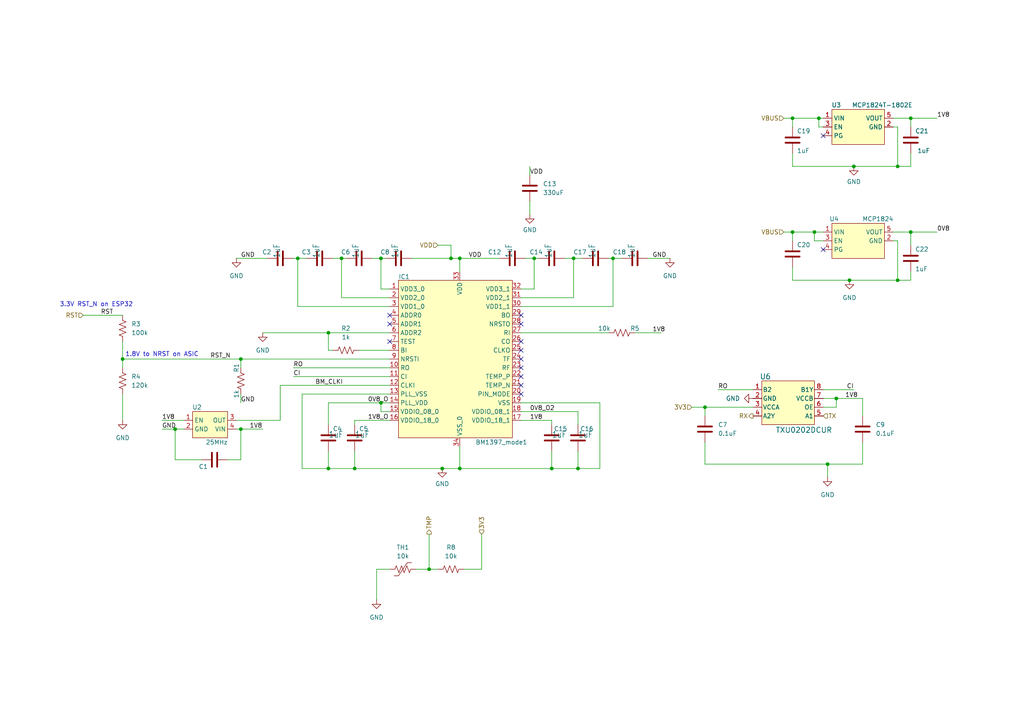
<source format=kicad_sch>
(kicad_sch (version 20231120) (generator "eeschema") (generator_version "8.0")
  (paper "A4")
  (title_block (title "NerdNOS") (date "2024-04-05") (rev "1"))
  (lib_symbols
    (symbol "Device:C" (pin_numbers hide) (pin_names (offset 0.254))
      (property "Reference" "C" (at 0.635 2.54 0))
      (property "Value" "C" (at 0.635 -2.54 0))
      (symbol "C_0_1"
        (polyline (pts (xy -2.032 -0.762) (xy 2.032 -0.762)) (stroke (width 0.508)))
        (polyline (pts (xy -2.032 0.762) (xy 2.032 0.762)) (stroke (width 0.508)))
      )
      (symbol "C_1_1"
        (pin passive line (at 0 3.81 270) (length 2.794) (name "~") (number "1"))
        (pin passive line (at 0 -3.81 90) (length 2.794) (name "~") (number "2"))
      )
    )
    (symbol "Device:R_US" (pin_numbers hide) (pin_names (offset 0))
      (property "Reference" "R" (at 2.54 0 90))
      (property "Value" "R_US" (at -2.54 0 90))
      (symbol "R_US_0_1"
        (polyline (pts (xy 0 -2.286) (xy 0 -2.54)))
        (polyline (pts (xy 0 2.286) (xy 0 2.54)))
        (polyline (pts (xy 0 -0.762) (xy 1.016 -1.143) (xy 0 -1.524) (xy -1.016 -1.905) (xy 0 -2.286)))
        (polyline (pts (xy 0 0.762) (xy 1.016 0.381) (xy 0 0) (xy -1.016 -0.381) (xy 0 -0.762)))
        (polyline (pts (xy 0 2.286) (xy 1.016 1.905) (xy 0 1.524) (xy -1.016 1.143) (xy 0 0.762)))
      )
      (symbol "R_US_1_1"
        (pin passive line (at 0 3.81 270) (length 1.27) (name "~") (number "1"))
        (pin passive line (at 0 -3.81 90) (length 1.27) (name "~") (number "2"))
      )
    )
    (symbol "Device:Thermistor_US" (pin_numbers hide) (pin_names (offset 0))
      (property "Reference" "TH" (at 2.54 1.27 90))
      (property "Value" "Thermistor_US" (at -2.54 0 90))
      (symbol "Thermistor_US_0_1"
        (polyline (pts (xy 0 -2.286) (xy 0 -2.54)))
        (polyline (pts (xy 0 2.286) (xy 0 2.54)))
        (polyline (pts (xy 1.905 -1.27) (xy 1.905 -2.54)))
        (polyline (pts (xy -1.905 2.54) (xy -1.905 1.27) (xy 1.905 -1.27)))
        (polyline (pts (xy 0 -0.762) (xy 1.016 -1.143) (xy 0 -1.524) (xy -1.016 -1.905) (xy 0 -2.286)))
        (polyline (pts (xy 0 0.762) (xy 1.016 0.381) (xy 0 0) (xy -1.016 -0.381) (xy 0 -0.762)))
        (polyline (pts (xy 0 2.286) (xy 1.016 1.905) (xy 0 1.524) (xy -1.016 1.143) (xy 0 0.762)))
      )
      (symbol "Thermistor_US_1_1"
        (pin passive line (at 0 3.81 270) (length 1.27) (name "~") (number "1"))
        (pin passive line (at 0 -3.81 90) (length 1.27) (name "~") (number "2"))
      )
    )
    (symbol "GND_1" (power) (pin_numbers hide) (pin_names (offset 0) hide)
      (property "Value" "GND" (at 0 -3.81 0))
      (symbol "GND_1_0_1"
        (polyline (pts (xy 0 0) (xy 0 -1.27) (xy 1.27 -1.27) (xy 0 -2.54) (xy -1.27 -1.27) (xy 0 -1.27)))
      )
      (symbol "GND_1_1_1"
        (pin power_in line (at 0 0 270) (length 0) (name "~") (number "1"))
      )
    )
    (symbol "GND_2" (power) (pin_numbers hide) (pin_names (offset 0) hide)
      (property "Value" "GND" (at 0 -3.81 0))
      (symbol "GND_2_0_1"
        (polyline (pts (xy 0 0) (xy 0 -1.27) (xy 1.27 -1.27) (xy 0 -2.54) (xy -1.27 -1.27) (xy 0 -1.27)))
      )
      (symbol "GND_2_1_1"
        (pin power_in line (at 0 0 270) (length 0) (name "~") (number "1"))
      )
    )
    (symbol "GND_3" (power) (pin_numbers hide) (pin_names (offset 0) hide)
      (property "Value" "GND" (at 0 -3.81 0))
      (symbol "GND_3_0_1"
        (polyline (pts (xy 0 0) (xy 0 -1.27) (xy 1.27 -1.27) (xy 0 -2.54) (xy -1.27 -1.27) (xy 0 -1.27)))
      )
      (symbol "GND_3_1_1"
        (pin power_in line (at 0 0 270) (length 0) (name "~") (number "1"))
      )
    )
    (symbol "GND_4" (power) (pin_numbers hide) (pin_names (offset 0) hide)
      (property "Value" "GND" (at 0 -3.81 0))
      (symbol "GND_4_0_1"
        (polyline (pts (xy 0 0) (xy 0 -1.27) (xy 1.27 -1.27) (xy 0 -2.54) (xy -1.27 -1.27) (xy 0 -1.27)))
      )
      (symbol "GND_4_1_1"
        (pin power_in line (at 0 0 270) (length 0) (name "~") (number "1"))
      )
    )
    (symbol "GND_5" (power) (pin_numbers hide) (pin_names (offset 0) hide)
      (property "Value" "GND" (at 0 -3.81 0))
      (symbol "GND_5_0_1"
        (polyline (pts (xy 0 0) (xy 0 -1.27) (xy 1.27 -1.27) (xy 0 -2.54) (xy -1.27 -1.27) (xy 0 -1.27)))
      )
      (symbol "GND_5_1_1"
        (pin power_in line (at 0 0 270) (length 0) (name "~") (number "1"))
      )
    )
    (symbol "GND_6" (power) (pin_numbers hide) (pin_names (offset 0) hide)
      (property "Value" "GND" (at 0 -3.81 0))
      (symbol "GND_6_0_1"
        (polyline (pts (xy 0 0) (xy 0 -1.27) (xy 1.27 -1.27) (xy 0 -2.54) (xy -1.27 -1.27) (xy 0 -1.27)))
      )
      (symbol "GND_6_1_1"
        (pin power_in line (at 0 0 270) (length 0) (name "~") (number "1"))
      )
    )
    (symbol "GND_7" (power) (pin_numbers hide) (pin_names (offset 0) hide)
      (property "Value" "GND" (at 0 -3.81 0))
      (symbol "GND_7_0_1"
        (polyline (pts (xy 0 0) (xy 0 -1.27) (xy 1.27 -1.27) (xy 0 -2.54) (xy -1.27 -1.27) (xy 0 -1.27)))
      )
      (symbol "GND_7_1_1"
        (pin power_in line (at 0 0 270) (length 0) (name "~") (number "1"))
      )
    )
    (symbol "bitaxe:BM1397_mode1"
      (property "Reference" "IC" (at -17.78 17.78 0))
      (property "Value" "BM1397_mode1" (at -17.78 -30.48 0))
      (symbol "BM1397_mode1_1_0"
        (pin bidirectional line (at -20.32 15.24 0) (length 2.54) (name "VDD3_0") (number "1"))
        (pin bidirectional line (at -20.32 -7.62 0) (length 2.54) (name "RO") (number "10"))
        (pin bidirectional line (at -20.32 -10.16 0) (length 2.54) (name "CI") (number "11"))
        (pin bidirectional line (at -20.32 -12.7 0) (length 2.54) (name "CLKI") (number "12"))
        (pin bidirectional line (at -20.32 -15.24 0) (length 2.54) (name "PLL_VSS") (number "13"))
        (pin bidirectional line (at -20.32 -17.78 0) (length 2.54) (name "PLL_VDD") (number "14"))
        (pin bidirectional line (at -20.32 -20.32 0) (length 2.54) (name "VDDIO_08_0") (number "15"))
        (pin bidirectional line (at -20.32 -22.86 0) (length 2.54) (name "VDDIO_18_0") (number "16"))
        (pin bidirectional line (at 17.78 -22.86 180) (length 2.54) (name "VDDIO_18_1") (number "17"))
        (pin bidirectional line (at 17.78 -20.32 180) (length 2.54) (name "VDDIO_08_1") (number "18"))
        (pin bidirectional line (at 17.78 -17.78 180) (length 2.54) (name "VSS") (number "19"))
        (pin bidirectional line (at -20.32 12.7 0) (length 2.54) (name "VDD2_0") (number "2"))
        (pin bidirectional line (at 17.78 -15.24 180) (length 2.54) (name "PIN_MODE") (number "20"))
        (pin bidirectional line (at 17.78 -12.7 180) (length 2.54) (name "TEMP_N") (number "21"))
        (pin bidirectional line (at 17.78 -10.16 180) (length 2.54) (name "TEMP_P") (number "22"))
        (pin bidirectional line (at 17.78 -7.62 180) (length 2.54) (name "RF") (number "23"))
        (pin bidirectional line (at 17.78 -5.08 180) (length 2.54) (name "TF") (number "24"))
        (pin bidirectional line (at 17.78 -2.54 180) (length 2.54) (name "CLKO") (number "25"))
        (pin bidirectional line (at 17.78 0 180) (length 2.54) (name "CO") (number "26"))
        (pin bidirectional line (at 17.78 2.54 180) (length 2.54) (name "RI") (number "27"))
        (pin bidirectional line (at 17.78 5.08 180) (length 2.54) (name "NRSTO") (number "28"))
        (pin bidirectional line (at 17.78 7.62 180) (length 2.54) (name "BO") (number "29"))
        (pin bidirectional line (at -20.32 10.16 0) (length 2.54) (name "VDD1_0") (number "3"))
        (pin bidirectional line (at 17.78 10.16 180) (length 2.54) (name "VDD1_1") (number "30"))
        (pin bidirectional line (at 17.78 12.7 180) (length 2.54) (name "VDD2_1") (number "31"))
        (pin bidirectional line (at 17.78 15.24 180) (length 2.54) (name "VDD3_1") (number "32"))
        (pin bidirectional line (at 0 20.32 270) (length 2.54) (name "VDD") (number "33"))
        (pin bidirectional line (at 0 -30.48 90) (length 2.54) (name "VSS_0") (number "34"))
        (pin bidirectional line (at -20.32 7.62 0) (length 2.54) (name "ADDR0") (number "4"))
        (pin bidirectional line (at -20.32 5.08 0) (length 2.54) (name "ADDR1") (number "5"))
        (pin bidirectional line (at -20.32 2.54 0) (length 2.54) (name "ADDR2") (number "6"))
        (pin bidirectional line (at -20.32 0 0) (length 2.54) (name "TEST") (number "7"))
        (pin bidirectional line (at -20.32 -2.54 0) (length 2.54) (name "BI") (number "8"))
        (pin bidirectional line (at -20.32 -5.08 0) (length 2.54) (name "NRSTI") (number "9"))
      )
      (symbol "BM1397_mode1_1_1"
        (rectangle (start -17.78 17.78) (end 15.24 -27.94) (stroke (width 0.1524)) (fill (type background)))
      )
    )
    (symbol "bitaxe:MCP1824"
      (property "Reference" "U" (at -7.62 5.08 0))
      (property "Value" "MCP1824" (at 5.08 5.08 0))
      (symbol "MCP1824_0_1"
        (rectangle (start -7.62 3.81) (end 7.62 -6.35) (stroke (width 0.1524)) (fill (type background)))
      )
      (symbol "MCP1824_1_0"
        (pin bidirectional line (at -10.16 1.27 0) (length 2.54) (name "VIN") (number "1"))
        (pin bidirectional line (at 10.16 -1.27 180) (length 2.54) (name "GND") (number "2"))
        (pin bidirectional line (at -10.16 -1.27 0) (length 2.54) (name "EN") (number "3"))
        (pin bidirectional line (at -10.16 -3.81 0) (length 2.54) (name "PG") (number "4"))
        (pin power_out line (at 10.16 1.27 180) (length 2.54) (name "VOUT") (number "5"))
      )
    )
    (symbol "bitaxe:TXU0202DCUR" (pin_names (offset 0.254))
      (property "Reference" "U6" (at -6.604 7.62 0))
      (property "Value" "TXU0202DCUR" (at 7.62 -8.128 0))
      (symbol "TXU0202DCUR_0_1"
        (pin power_out line (at -10.16 1.27 0) (length 2.54) (name "GND") (number "2"))
        (pin power_in line (at -10.16 -1.27 0) (length 2.54) (name "VCCA") (number "3"))
        (pin output line (at -10.16 -3.81 0) (length 2.54) (name "A2Y") (number "4"))
        (pin input line (at 10.16 -3.81 180) (length 2.54) (name "A1") (number "5"))
        (pin input line (at 10.16 -1.27 180) (length 2.54) (name "OE") (number "6"))
        (pin power_in line (at 10.16 1.27 180) (length 2.54) (name "VCCB") (number "7"))
        (pin output line (at 10.16 3.81 180) (length 2.54) (name "B1Y") (number "8"))
      )
      (symbol "TXU0202DCUR_1_1"
        (rectangle (start -7.62 6.35) (end 7.62 -6.35) (fill (type background)))
        (pin input line (at -10.16 3.81 0) (length 2.54) (name "B2") (number "1"))
      )
    )
    (symbol "bitaxe:oscillator"
      (property "Reference" "U" (at -3.81 5.08 0))
      (property "Value" "oscillator" (at 0 -5.08 0))
      (symbol "oscillator_0_1"
        (rectangle (start -5.08 3.81) (end 5.08 -3.81) (stroke (width 0.1524)) (fill (type background)))
      )
      (symbol "oscillator_1_0"
        (pin input line (at -7.62 1.27 0) (length 2.54) (name "EN") (number "1"))
        (pin bidirectional line (at -7.62 -1.27 0) (length 2.54) (name "GND") (number "2"))
        (pin bidirectional line (at 7.62 1.27 180) (length 2.54) (name "OUT") (number "3"))
        (pin power_in line (at 7.62 -1.27 180) (length 2.54) (name "VIN") (number "4"))
      )
    )
    (symbol "power:GND" (power) (pin_names (offset 0))
      (property "Value" "GND" (at 0 -3.81 0))
      (symbol "GND_0_1"
        (polyline (pts (xy 0 0) (xy 0 -1.27) (xy 1.27 -1.27) (xy 0 -2.54) (xy -1.27 -1.27) (xy 0 -1.27)))
      )
      (symbol "GND_1_1"
        (pin power_in line (at 0 0 270) (length 0) hide (name "GND") (number "1"))
      )
    )
  )
  (junction (at 240.03 134.62))
  (junction (at 260.35 48.26) (diameter 0.9144))
  (junction (at 229.87 67.31) (diameter 0.9144))
  (junction (at 242.57 115.57))
  (junction (at 237.49 34.29))
  (junction (at 95.25 135.89))
  (junction (at 229.87 34.29) (diameter 0.9144))
  (junction (at 160.02 135.89))
  (junction (at 130.81 74.93))
  (junction (at 50.8 124.46))
  (junction (at 204.47 118.11))
  (junction (at 167.64 135.89))
  (junction (at 128.27 135.89))
  (junction (at 102.87 135.89))
  (junction (at 236.22 67.31))
  (junction (at 247.65 48.26))
  (junction (at 264.16 67.31) (diameter 0.9144))
  (junction (at 99.06 74.93))
  (junction (at 154.94 74.93))
  (junction (at 35.56 104.14))
  (junction (at 166.37 74.93))
  (junction (at 124.46 165.1))
  (junction (at 95.25 96.52))
  (junction (at 264.16 34.29) (diameter 0.9144))
  (junction (at 86.36 74.93))
  (junction (at 177.8 74.93))
  (junction (at 246.38 81.28))
  (junction (at 110.49 116.84))
  (junction (at 133.35 135.89))
  (junction (at 69.85 124.46))
  (junction (at 133.35 74.93))
  (junction (at 260.35 81.28) (diameter 0.9144))
  (junction (at 69.85 104.14))
  (junction (at 110.49 74.93))
  (no_connect (at 113.03 99.06))
  (no_connect (at 151.13 111.76))
  (no_connect (at 151.13 114.3))
  (no_connect (at 151.13 101.6))
  (no_connect (at 151.13 109.22))
  (no_connect (at 151.13 104.14))
  (no_connect (at 238.76 39.37))
  (no_connect (at 113.03 93.98))
  (no_connect (at 151.13 106.68))
  (no_connect (at 151.13 99.06))
  (no_connect (at 151.13 91.44))
  (no_connect (at 151.13 93.98))
  (no_connect (at 113.03 91.44))
  (no_connect (at 238.76 72.39))
  (wire (pts (xy 133.35 135.89) (xy 133.35 129.54)))
  (wire (pts (xy 110.49 74.93) (xy 110.49 83.82)))
  (wire (pts (xy 35.56 104.14) (xy 69.85 104.14)))
  (wire (pts (xy 107.95 74.93) (xy 110.49 74.93)))
  (wire (pts (xy 69.85 124.46) (xy 76.2 124.46)))
  (wire (pts (xy 102.87 130.81) (xy 102.87 135.89)))
  (wire (pts (xy 68.58 124.46) (xy 69.85 124.46)))
  (wire (pts (xy 187.96 74.93) (xy 194.31 74.93)))
  (wire (pts (xy 154.94 74.93) (xy 156.21 74.93)))
  (wire (pts (xy 240.03 134.62) (xy 250.19 134.62)))
  (wire (pts (xy 76.2 96.52) (xy 95.25 96.52)))
  (wire (pts (xy 166.37 86.36) (xy 166.37 74.93)))
  (wire (pts (xy 153.67 58.42) (xy 153.67 62.23)))
  (wire (pts (xy 120.65 165.1) (xy 124.46 165.1)))
  (wire (pts (xy 236.22 69.85) (xy 238.76 69.85)))
  (wire (pts (xy 184.15 96.52) (xy 191.77 96.52)))
  (wire (pts (xy 160.02 130.81) (xy 160.02 135.89)))
  (wire (pts (xy 86.36 88.9) (xy 86.36 74.93)))
  (wire (pts (xy 173.99 116.84) (xy 151.13 116.84)))
  (wire (pts (xy 260.35 81.28) (xy 246.38 81.28)))
  (wire (pts (xy 110.49 119.38) (xy 110.49 116.84)))
  (wire (pts (xy 35.56 104.14) (xy 35.56 106.68)))
  (wire (pts (xy 238.76 118.11) (xy 242.57 118.11)))
  (wire (pts (xy 68.58 121.92) (xy 81.28 121.92)))
  (wire (pts (xy 264.16 34.29) (xy 271.78 34.29)))
  (wire (pts (xy 260.35 69.85) (xy 259.08 69.85)))
  (wire (pts (xy 229.87 48.26) (xy 247.65 48.26)))
  (wire (pts (xy 35.56 114.3) (xy 35.56 121.92)))
  (wire (pts (xy 264.16 44.45) (xy 264.16 48.26)))
  (wire (pts (xy 95.25 130.81) (xy 95.25 135.89)))
  (wire (pts (xy 152.4 74.93) (xy 154.94 74.93)))
  (wire (pts (xy 236.22 69.85) (xy 236.22 67.31)))
  (wire (pts (xy 81.28 111.76) (xy 81.28 121.92)))
  (wire (pts (xy 50.8 133.35) (xy 50.8 124.46)))
  (wire (pts (xy 127 71.12) (xy 130.81 71.12)))
  (wire (pts (xy 227.33 67.31) (xy 229.87 67.31)))
  (wire (pts (xy 46.99 124.46) (xy 50.8 124.46)))
  (wire (pts (xy 167.64 119.38) (xy 167.64 123.19)))
  (wire (pts (xy 95.25 135.89) (xy 102.87 135.89)))
  (wire (pts (xy 238.76 115.57) (xy 242.57 115.57)))
  (wire (pts (xy 229.87 44.45) (xy 229.87 48.26)))
  (wire (pts (xy 238.76 113.03) (xy 247.65 113.03)))
  (wire (pts (xy 87.63 114.3) (xy 87.63 135.89)))
  (wire (pts (xy 229.87 34.29) (xy 229.87 36.83)))
  (wire (pts (xy 236.22 67.31) (xy 238.76 67.31)))
  (wire (pts (xy 109.22 165.1) (xy 109.22 173.99)))
  (wire (pts (xy 250.19 134.62) (xy 250.19 128.27)))
  (wire (pts (xy 151.13 119.38) (xy 167.64 119.38)))
  (wire (pts (xy 95.25 116.84) (xy 110.49 116.84)))
  (wire (pts (xy 237.49 36.83) (xy 237.49 34.29)))
  (wire (pts (xy 242.57 115.57) (xy 250.19 115.57)))
  (wire (pts (xy 119.38 74.93) (xy 130.81 74.93)))
  (wire (pts (xy 229.87 34.29) (xy 237.49 34.29)))
  (wire (pts (xy 68.58 74.93) (xy 77.47 74.93)))
  (wire (pts (xy 204.47 134.62) (xy 204.47 128.27)))
  (wire (pts (xy 124.46 154.94) (xy 124.46 165.1)))
  (wire (pts (xy 85.09 109.22) (xy 113.03 109.22)))
  (wire (pts (xy 259.08 67.31) (xy 264.16 67.31)))
  (wire (pts (xy 113.03 83.82) (xy 110.49 83.82)))
  (wire (pts (xy 229.87 67.31) (xy 229.87 69.85)))
  (wire (pts (xy 86.36 74.93) (xy 88.9 74.93)))
  (wire (pts (xy 128.27 135.89) (xy 133.35 135.89)))
  (wire (pts (xy 208.28 113.03) (xy 218.44 113.03)))
  (wire (pts (xy 259.08 34.29) (xy 264.16 34.29)))
  (wire (pts (xy 204.47 118.11) (xy 218.44 118.11)))
  (wire (pts (xy 166.37 74.93) (xy 168.91 74.93)))
  (wire (pts (xy 133.35 74.93) (xy 133.35 78.74)))
  (wire (pts (xy 173.99 135.89) (xy 173.99 116.84)))
  (wire (pts (xy 133.35 135.89) (xy 160.02 135.89)))
  (wire (pts (xy 66.04 133.35) (xy 69.85 133.35)))
  (wire (pts (xy 151.13 121.92) (xy 160.02 121.92)))
  (wire (pts (xy 242.57 118.11) (xy 242.57 115.57)))
  (wire (pts (xy 200.66 118.11) (xy 204.47 118.11)))
  (wire (pts (xy 153.67 50.8) (xy 153.67 48.26)))
  (wire (pts (xy 81.28 111.76) (xy 113.03 111.76)))
  (wire (pts (xy 250.19 115.57) (xy 250.19 120.65)))
  (wire (pts (xy 69.85 104.14) (xy 113.03 104.14)))
  (wire (pts (xy 46.99 121.92) (xy 53.34 121.92)))
  (wire (pts (xy 151.13 96.52) (xy 176.53 96.52)))
  (wire (pts (xy 95.25 123.19) (xy 95.25 116.84)))
  (wire (pts (xy 69.85 133.35) (xy 69.85 124.46)))
  (wire (pts (xy 163.83 74.93) (xy 166.37 74.93)))
  (wire (pts (xy 167.64 135.89) (xy 173.99 135.89)))
  (wire (pts (xy 264.16 48.26) (xy 260.35 48.26)))
  (wire (pts (xy 24.13 91.44) (xy 35.56 91.44)))
  (wire (pts (xy 130.81 71.12) (xy 130.81 74.93)))
  (wire (pts (xy 85.09 106.68) (xy 113.03 106.68)))
  (wire (pts (xy 237.49 34.29) (xy 238.76 34.29)))
  (wire (pts (xy 144.78 74.93) (xy 133.35 74.93)))
  (wire (pts (xy 264.16 67.31) (xy 264.16 71.12)))
  (wire (pts (xy 204.47 134.62) (xy 240.03 134.62)))
  (wire (pts (xy 176.53 74.93) (xy 177.8 74.93)))
  (wire (pts (xy 50.8 124.46) (xy 53.34 124.46)))
  (wire (pts (xy 102.87 135.89) (xy 128.27 135.89)))
  (wire (pts (xy 113.03 86.36) (xy 99.06 86.36)))
  (wire (pts (xy 113.03 119.38) (xy 110.49 119.38)))
  (wire (pts (xy 110.49 116.84) (xy 113.03 116.84)))
  (wire (pts (xy 260.35 36.83) (xy 260.35 48.26)))
  (wire (pts (xy 160.02 135.89) (xy 167.64 135.89)))
  (wire (pts (xy 104.14 101.6) (xy 113.03 101.6)))
  (wire (pts (xy 229.87 67.31) (xy 236.22 67.31)))
  (wire (pts (xy 95.25 96.52) (xy 113.03 96.52)))
  (wire (pts (xy 69.85 114.3) (xy 69.85 116.84)))
  (wire (pts (xy 35.56 99.06) (xy 35.56 104.14)))
  (wire (pts (xy 167.64 130.81) (xy 167.64 135.89)))
  (wire (pts (xy 102.87 123.19) (xy 102.87 121.92)))
  (wire (pts (xy 96.52 101.6) (xy 95.25 101.6)))
  (wire (pts (xy 102.87 121.92) (xy 113.03 121.92)))
  (wire (pts (xy 95.25 101.6) (xy 95.25 96.52)))
  (wire (pts (xy 260.35 36.83) (xy 259.08 36.83)))
  (wire (pts (xy 87.63 135.89) (xy 95.25 135.89)))
  (wire (pts (xy 58.42 133.35) (xy 50.8 133.35)))
  (wire (pts (xy 264.16 34.29) (xy 264.16 36.83)))
  (wire (pts (xy 87.63 114.3) (xy 113.03 114.3)))
  (wire (pts (xy 151.13 88.9) (xy 177.8 88.9)))
  (wire (pts (xy 204.47 118.11) (xy 204.47 120.65)))
  (wire (pts (xy 260.35 69.85) (xy 260.35 81.28)))
  (wire (pts (xy 110.49 74.93) (xy 111.76 74.93)))
  (wire (pts (xy 227.33 34.29) (xy 229.87 34.29)))
  (wire (pts (xy 85.09 74.93) (xy 86.36 74.93)))
  (wire (pts (xy 247.65 48.26) (xy 260.35 48.26)))
  (wire (pts (xy 113.03 88.9) (xy 86.36 88.9)))
  (wire (pts (xy 264.16 81.28) (xy 260.35 81.28)))
  (wire (pts (xy 229.87 77.47) (xy 229.87 81.28)))
  (wire (pts (xy 177.8 88.9) (xy 177.8 74.93)))
  (wire (pts (xy 130.81 74.93) (xy 133.35 74.93)))
  (wire (pts (xy 96.52 74.93) (xy 99.06 74.93)))
  (wire (pts (xy 99.06 86.36) (xy 99.06 74.93)))
  (wire (pts (xy 264.16 78.74) (xy 264.16 81.28)))
  (wire (pts (xy 160.02 121.92) (xy 160.02 123.19)))
  (wire (pts (xy 264.16 67.31) (xy 271.78 67.31)))
  (wire (pts (xy 99.06 74.93) (xy 100.33 74.93)))
  (wire (pts (xy 237.49 36.83) (xy 238.76 36.83)))
  (wire (pts (xy 240.03 134.62) (xy 240.03 138.43)))
  (wire (pts (xy 134.62 165.1) (xy 139.7 165.1)))
  (wire (pts (xy 246.38 81.28) (xy 229.87 81.28)))
  (wire (pts (xy 154.94 83.82) (xy 154.94 74.93)))
  (wire (pts (xy 69.85 104.14) (xy 69.85 106.68)))
  (wire (pts (xy 151.13 86.36) (xy 166.37 86.36)))
  (wire (pts (xy 113.03 165.1) (xy 109.22 165.1)))
  (wire (pts (xy 124.46 165.1) (xy 127 165.1)))
  (wire (pts (xy 151.13 83.82) (xy 154.94 83.82)))
  (wire (pts (xy 139.7 165.1) (xy 139.7 154.94)))
  (wire (pts (xy 177.8 74.93) (xy 180.34 74.93)))
  (text "3.3V RST_N on ESP32" (at 27.94 88.392 0) (effects (font (size 1.27 1.27))))
  (text "1.8V to NRST on ASIC" (at 46.99 102.87 0) (effects (font (size 1.27 1.27))))
  (label "1V8" (at 153.67 121.92 0))
  (label "0V8_O" (at 106.68 116.84 0))
  (label "VDD" (at 135.89 74.93 0))
  (label "RST" (at 29.21 91.44 0))
  (label "GND" (at 46.99 124.46 0))
  (label "GND" (at 189.23 74.93 0))
  (label "RST_N" (at 60.96 104.14 0))
  (label "1V8" (at 46.99 121.92 0))
  (label "CI" (at 247.65 113.03 180))
  (label "0V8_O2" (at 153.67 119.38 0))
  (label "1V8_O" (at 106.68 121.92 0))
  (label "BM_CLKI" (at 91.44 111.76 0))
  (label "0V8" (at 271.78 67.31 0))
  (label "GND" (at 69.85 74.93 0))
  (label "1V8" (at 189.23 96.52 0))
  (label "CI" (at 85.09 109.22 0))
  (label "1V8" (at 72.39 124.46 0))
  (label "1V8" (at 245.11 115.57 0))
  (label "GND" (at 69.85 116.84 0))
  (label "RO" (at 208.28 113.03 0))
  (label "RO" (at 85.09 106.68 0))
  (label "1V8" (at 271.78 34.29 0))
  (label "VDD" (at 153.67 50.8 0))
  (hierarchical_label "TX" (shape input) (at 238.76 120.65 0))
  (hierarchical_label "3V3" (shape input) (at 200.66 118.11 180))
  (hierarchical_label "TMP" (shape output) (at 124.46 154.94 90))
  (hierarchical_label "3V3" (shape input) (at 139.7 154.94 90))
  (hierarchical_label "RST" (shape input) (at 24.13 91.44 180))
  (hierarchical_label "RX" (shape output) (at 218.44 120.65 180))
  (hierarchical_label "VBUS" (shape input) (at 227.33 34.29 180))
  (hierarchical_label "VBUS" (shape input) (at 227.33 67.31 180))
  (hierarchical_label "VDD" (shape input) (at 127 71.12 180))
  (symbol (lib_id "Device:C") (at 160.02 74.93 90) (unit 1)
    (property "Reference" "C14" (at 157.48 72.39 90) (effects (justify left bottom)))
    (property "Value" "1uF" (at 160.02 74.93 0) (effects (font (size 1.778 1.5113)) (justify left bottom)))
    (property "Footprint" "Capacitor_SMD:C_0402_1005Metric" (effects (hide yes)))
    (property "DK" "587-5514-1-ND" (effects (hide yes)))
  )
  (symbol (lib_id "Device:R_US") (at 35.56 110.49 0) (unit 1)
    (property "Reference" "R4" (at 38.1 109.2199 0) (effects (justify left)))
    (property "Value" "120k" (at 38.1 111.7599 0) (effects (justify left)))
    (property "Footprint" "Resistor_SMD:R_0402_1005Metric" (effects (hide yes)))
    (property "Description" "Resistor, US symbol" (effects (hide yes)))
  )
  (symbol (lib_id "Device:R_US") (at 35.56 95.25 0) (unit 1)
    (property "Reference" "R3" (at 38.1 93.9799 0) (effects (justify left)))
    (property "Value" "100k" (at 38.1 96.5199 0) (effects (justify left)))
    (property "Footprint" "Resistor_SMD:R_0402_1005Metric" (effects (hide yes)))
    (property "Description" "Resistor, US symbol" (effects (hide yes)))
  )
  (symbol (lib_id "Device:C") (at 95.25 127 0) (unit 1)
    (property "Reference" "C4" (at 96.52 125.095 0) (effects (justify left bottom)))
    (property "Value" "1uF" (at 95.25 127 0) (effects (font (size 1.778 1.5113)) (justify left bottom)))
    (property "Footprint" "Capacitor_SMD:C_0402_1005Metric" (effects (hide yes)))
    (property "DK" "587-5514-1-ND" (effects (hide yes)))
  )
  (symbol (lib_id "Device:Thermistor_US") (at 116.84 165.1 90) (unit 1)
    (property "Reference" "TH1" (at 116.84 158.75 90))
    (property "Value" "10k" (at 116.84 161.29 90))
    (property "Footprint" "Resistor_SMD:R_0402_1005Metric" (effects (hide yes)))
    (property "Description" "Thermistor, temperature dependent resistor, US symbol" (effects (hide yes)))
    (property "PARTNO" "NTCG103JF103FT1" (effects (hide yes)))
    (property "DK" "445-2550-2-ND" (effects (hide yes)))
  )
  (symbol (lib_id "power:GND") (at 247.65 48.26 0) (mirror y) (unit 1)
    (property "Reference" "#PWR012" (effects (hide yes)))
    (property "Value" "GND" (at 247.65 52.705 0))
  )
  (symbol (lib_id "Device:C") (at 167.64 127 0) (unit 1)
    (property "Reference" "C16" (at 168.275 125.095 0) (effects (justify left bottom)))
    (property "Value" "1uF" (at 167.64 127 0) (effects (font (size 1.778 1.5113)) (justify left bottom)))
    (property "Footprint" "Capacitor_SMD:C_0402_1005Metric" (effects (hide yes)))
    (property "DK" "587-5514-1-ND" (effects (hide yes)))
  )
  (symbol (lib_id "Device:C") (at 115.57 74.93 90) (unit 1)
    (property "Reference" "C8" (at 113.03 72.39 90) (effects (justify left bottom)))
    (property "Value" "1uF" (at 115.57 74.93 0) (effects (font (size 1.778 1.5113)) (justify left bottom)))
    (property "Footprint" "Capacitor_SMD:C_0402_1005Metric" (effects (hide yes)))
    (property "DK" "587-5514-1-ND" (effects (hide yes)))
  )
  (symbol (lib_id "Device:C") (at 264.16 74.93 0) (unit 1)
    (property "Reference" "C22" (at 265.43 73.025 0) (effects (justify left bottom)))
    (property "Value" "1uF" (at 265.43 78.74 0) (effects (justify left bottom)))
    (property "Footprint" "Capacitor_SMD:C_0402_1005Metric" (effects (hide yes)))
    (property "DK" "587-5514-1-ND" (effects (hide yes)))
  )
  (symbol (lib_name "GND_1") (lib_id "power:GND") (at 68.58 74.93 0) (unit 1)
    (property "Reference" "#PWR07" (effects (hide yes)))
    (property "Value" "GND" (at 68.58 80.01 0))
    (property "Description" "Power symbol creates a global label with name \"GND\" , ground" (effects (hide yes)))
  )
  (symbol (lib_id "Device:C") (at 104.14 74.93 90) (unit 1)
    (property "Reference" "C6" (at 101.6 72.39 90) (effects (justify left bottom)))
    (property "Value" "1uF" (at 104.14 74.93 0) (effects (font (size 1.778 1.5113)) (justify left bottom)))
    (property "Footprint" "Capacitor_SMD:C_0402_1005Metric" (effects (hide yes)))
    (property "DK" "587-5514-1-ND" (effects (hide yes)))
  )
  (symbol (lib_id "power:GND") (at 128.27 135.89 0) (mirror y) (unit 1)
    (property "Reference" "#PWR02" (effects (hide yes)))
    (property "Value" "GND" (at 128.27 140.335 0))
  )
  (symbol (lib_id "Device:C") (at 229.87 40.64 0) (unit 1)
    (property "Reference" "C19" (at 231.14 38.735 0) (effects (justify left bottom)))
    (property "Value" "1uF" (at 231.14 44.45 0) (effects (justify left bottom)))
    (property "Footprint" "Capacitor_SMD:C_0402_1005Metric" (effects (hide yes)))
    (property "DK" "587-5514-1-ND" (effects (hide yes)))
    (property "PARTNO" "EMK105BJ105MV-F" (effects (hide yes)))
  )
  (symbol (lib_id "bitaxe:BM1397_mode1") (at 133.35 99.06 0) (unit 1)
    (property "Reference" "IC1" (at 115.57 80.264 0) (effects (justify left)))
    (property "Value" "BM1397_mode1" (at 137.922 128.27 0) (effects (justify left)))
    (property "Footprint" "bitaxe:BM1397" (effects (hide yes)))
    (property "DNP" "T" (effects (hide yes)))
  )
  (symbol (lib_name "GND_2") (lib_id "power:GND") (at 194.31 74.93 0) (unit 1)
    (property "Reference" "#PWR08" (effects (hide yes)))
    (property "Value" "GND" (at 194.31 80.01 0))
    (property "Description" "Power symbol creates a global label with name \"GND\" , ground" (effects (hide yes)))
  )
  (symbol (lib_id "bitaxe:MCP1824") (at 248.92 35.56 0) (unit 1)
    (property "Reference" "U3" (at 242.57 30.48 0))
    (property "Value" "MCP1824T-1802E" (at 255.905 30.48 0))
    (property "Footprint" "Package_TO_SOT_SMD:SOT-23-5" (effects (hide yes)))
    (property "Datasheet" "https://ww1.microchip.com/downloads/en/DeviceDoc/22070a.pdf" (effects (hide yes)))
    (property "PARTNO" "MCP1824T-1802E/OT" (effects (hide yes)))
    (property "DK" "MCP1824T-1802E/OTCT-ND" (effects (hide yes)))
  )
  (symbol (lib_id "Device:C") (at 81.28 74.93 90) (unit 1)
    (property "Reference" "C2" (at 78.74 72.39 90) (effects (justify left bottom)))
    (property "Value" "1uF" (at 81.28 74.93 0) (effects (font (size 1.778 1.5113)) (justify left bottom)))
    (property "Footprint" "Capacitor_SMD:C_0402_1005Metric" (effects (hide yes)))
    (property "DK" "587-5514-1-ND" (effects (hide yes)))
  )
  (symbol (lib_id "Device:C") (at 92.71 74.93 90) (unit 1)
    (property "Reference" "C3" (at 90.17 72.39 90) (effects (justify left bottom)))
    (property "Value" "1uF" (at 92.71 74.93 0) (effects (font (size 1.778 1.5113)) (justify left bottom)))
    (property "Footprint" "Capacitor_SMD:C_0402_1005Metric" (effects (hide yes)))
    (property "DK" "587-5514-1-ND" (effects (hide yes)))
  )
  (symbol (lib_id "Device:C") (at 264.16 40.64 0) (unit 1)
    (property "Reference" "C21" (at 265.43 38.735 0) (effects (justify left bottom)))
    (property "Value" "1uF" (at 266.065 44.45 0) (effects (justify left bottom)))
    (property "Footprint" "Capacitor_SMD:C_0402_1005Metric" (effects (hide yes)))
    (property "DK" "587-5514-1-ND" (effects (hide yes)))
    (property "PARTNO" "EMK105BJ105MV-F" (effects (hide yes)))
  )
  (symbol (lib_id "Device:C") (at 102.87 127 0) (unit 1)
    (property "Reference" "C5" (at 104.14 125.095 0) (effects (justify left bottom)))
    (property "Value" "1uF" (at 102.87 127 0) (effects (font (size 1.778 1.5113)) (justify left bottom)))
    (property "Footprint" "Capacitor_SMD:C_0402_1005Metric" (effects (hide yes)))
    (property "DK" "587-5514-1-ND" (effects (hide yes)))
  )
  (symbol (lib_id "Device:C") (at 172.72 74.93 90) (unit 1)
    (property "Reference" "C17" (at 170.18 72.39 90) (effects (justify left bottom)))
    (property "Value" "1uF" (at 172.72 74.93 0) (effects (font (size 1.778 1.5113)) (justify left bottom)))
    (property "Footprint" "Capacitor_SMD:C_0402_1005Metric" (effects (hide yes)))
    (property "DK" "587-5514-1-ND" (effects (hide yes)))
  )
  (symbol (lib_id "bitaxe:MCP1824") (at 248.92 68.58 0) (unit 1)
    (property "Reference" "U4" (at 241.935 63.5 0))
    (property "Value" "MCP1824" (at 254.635 63.5 0))
    (property "Footprint" "Package_TO_SOT_SMD:SOT-23-5" (effects (hide yes)))
    (property "Datasheet" "https://ww1.microchip.com/downloads/en/DeviceDoc/22070a.pdf" (effects (hide yes)))
    (property "PARTNO" "MCP1824T-0802E/OT" (effects (hide yes)))
    (property "DK" "MCP1824T-0802E/OTCT-ND" (effects (hide yes)))
  )
  (symbol (lib_name "GND_1") (lib_id "power:GND") (at 76.2 96.52 0) (unit 1)
    (property "Reference" "#PWR05" (effects (hide yes)))
    (property "Value" "GND" (at 76.2 101.6 0))
    (property "Description" "Power symbol creates a global label with name \"GND\" , ground" (effects (hide yes)))
  )
  (symbol (lib_id "Device:R_US") (at 69.85 110.49 180) (unit 1)
    (property "Reference" "R1" (at 68.58 106.68 90))
    (property "Value" "1k" (at 68.58 114.3 90))
    (property "Footprint" "Resistor_SMD:R_0402_1005Metric" (effects (hide yes)))
    (property "DK" "YAG2306CT-ND" (effects (hide yes)))
  )
  (symbol (lib_id "Device:R_US") (at 130.81 165.1 90) (unit 1)
    (property "Reference" "R8" (at 130.81 158.75 90))
    (property "Value" "10k" (at 130.81 161.29 90))
    (property "Footprint" "Resistor_SMD:R_0402_1005Metric" (effects (hide yes)))
    (property "Description" "Resistor, US symbol" (effects (hide yes)))
  )
  (symbol (lib_id "Device:C") (at 229.87 73.66 0) (unit 1)
    (property "Reference" "C20" (at 231.14 71.755 0) (effects (justify left bottom)))
    (property "Value" "0.1uF" (effects (hide yes)))
    (property "Footprint" "Capacitor_SMD:C_0402_1005Metric" (effects (hide yes)))
    (property "DK" "478-KGM05AR71C104KHCT-ND" (effects (hide yes)))
    (property "PARTNO" "KGM05AR71C104KH" (effects (hide yes)))
  )
  (symbol (lib_name "GND_7") (lib_id "power:GND") (at 109.22 173.99 0) (unit 1)
    (property "Reference" "#PWR06" (effects (hide yes)))
    (property "Value" "GND" (at 109.22 179.07 0))
    (property "Description" "Power symbol creates a global label with name \"GND\" , ground" (effects (hide yes)))
  )
  (symbol (lib_id "Device:C") (at 148.59 74.93 90) (unit 1)
    (property "Reference" "C12" (at 145.415 72.39 90) (effects (justify left bottom)))
    (property "Value" "1uF" (at 148.59 74.93 0) (effects (font (size 1.778 1.5113)) (justify left bottom)))
    (property "Footprint" "Capacitor_SMD:C_0402_1005Metric" (effects (hide yes)))
    (property "DK" "587-5514-1-ND" (effects (hide yes)))
  )
  (symbol (lib_id "Device:C") (at 62.23 133.35 90) (unit 1)
    (property "Reference" "C1" (at 60.325 134.62 90) (effects (justify left bottom)))
    (property "Value" "0.1uF" (effects (hide yes)))
    (property "Footprint" "Capacitor_SMD:C_0402_1005Metric" (effects (hide yes)))
    (property "DK" "1292-1639-1-ND" (effects (hide yes)))
  )
  (symbol (lib_name "GND_3") (lib_id "power:GND") (at 35.56 121.92 0) (unit 1)
    (property "Reference" "#PWR03" (effects (hide yes)))
    (property "Value" "GND" (at 35.56 127 0))
    (property "Description" "Power symbol creates a global label with name \"GND\" , ground" (effects (hide yes)))
  )
  (symbol (lib_id "bitaxe:TXU0202DCUR") (at 228.6 116.84 0) (unit 1)
    (property "Reference" "U6" (at 221.996 109.22 0) (effects (font (size 1.524 1.524))))
    (property "Value" "TXU0202DCUR" (at 233.172 124.714 0) (effects (font (size 1.524 1.524))))
    (property "Footprint" "bitaxe:SO8_DCU_TEX" (effects (hide yes)))
    (property "Datasheet" "TXU0202DCUR" (effects (hide yes)))
    (property "Description" "https://www.ti.com/lit/ds/symlink/txu0202.pdf" (effects (hide yes)))
    (property "DK" "296-TXU0202DCURCT-ND" (effects (hide yes)))
    (property "PARTNO" "TXU0202DCUR" (effects (hide yes)))
  )
  (symbol (lib_id "Device:R_US") (at 180.34 96.52 90) (unit 1)
    (property "Reference" "R5" (at 184.15 95.25 90))
    (property "Value" "10k" (at 175.26 95.25 90))
    (property "Footprint" "Resistor_SMD:R_0402_1005Metric" (effects (hide yes)))
    (property "DK" "311-10KJRCT-ND" (effects (hide yes)))
  )
  (symbol (lib_id "Device:C") (at 160.02 127 0) (unit 1)
    (property "Reference" "C15" (at 160.655 125.095 0) (effects (justify left bottom)))
    (property "Value" "1uF" (at 160.02 127 0) (effects (font (size 1.778 1.5113)) (justify left bottom)))
    (property "Footprint" "Capacitor_SMD:C_0402_1005Metric" (effects (hide yes)))
    (property "DK" "587-5514-1-ND" (effects (hide yes)))
  )
  (symbol (lib_id "Device:C") (at 153.67 54.61 0) (unit 1)
    (property "Reference" "C13" (at 157.48 53.3399 0) (effects (justify left)))
    (property "Value" "330uF" (at 157.48 55.8799 0) (effects (justify left)))
    (property "Footprint" "Capacitor_SMD:C_1210_3225Metric" (effects (hide yes)))
    (property "Description" "Unpolarized capacitor" (effects (hide yes)))
    (property "DK" "490-GRM32ER60G337ME05KCT-ND" (effects (hide yes)))
    (property "PARTNO" "GRM32ER60G337ME05K" (effects (hide yes)))
  )
  (symbol (lib_id "Device:C") (at 184.15 74.93 90) (unit 1)
    (property "Reference" "C18" (at 181.61 72.39 90) (effects (justify left bottom)))
    (property "Value" "1uF" (at 184.15 74.93 0) (effects (font (size 1.778 1.5113)) (justify left bottom)))
    (property "Footprint" "Capacitor_SMD:C_0402_1005Metric" (effects (hide yes)))
    (property "DK" "587-5514-1-ND" (effects (hide yes)))
  )
  (symbol (lib_id "bitaxe:oscillator") (at 60.96 123.19 0) (unit 1)
    (property "Reference" "U2" (at 57.15 118.11 0))
    (property "Value" "25MHz" (at 62.865 128.27 0))
    (property "Footprint" "bitaxe:O 25,0-JO32-B-1V3-1-T1-LF" (effects (hide yes)))
    (property "Datasheet" "https://www.jauch.com/downloadfile/5ef1edcfb8e2f73163c8ce8009ef659d1/jo32-1.8-3.3v.pdf" (effects (hide yes)))
    (property "DK" "1908-O250-JO32-B-1V3-1-T1-LFCT-ND" (effects (hide yes)))
    (property "PARTNO" "O 25,0-JO32-B-1V3-1-T1-LF" (effects (hide yes)))
  )
  (symbol (lib_name "GND_6") (lib_id "power:GND") (at 240.03 138.43 0) (unit 1)
    (property "Reference" "#PWR015" (effects (hide yes)))
    (property "Value" "GND" (at 240.03 143.51 0))
    (property "Description" "Power symbol creates a global label with name \"GND\" , ground" (effects (hide yes)))
  )
  (symbol (lib_id "Device:R_US") (at 100.33 101.6 90) (unit 1)
    (property "Reference" "R2" (at 100.33 95.25 90))
    (property "Value" "1k" (at 100.33 97.79 90))
    (property "Footprint" "Resistor_SMD:R_0402_1005Metric" (effects (hide yes)))
    (property "Description" "Resistor, US symbol" (effects (hide yes)))
  )
  (symbol (lib_id "Device:C") (at 250.19 124.46 0) (unit 1)
    (property "Reference" "C9" (at 254 123.1899 0) (effects (justify left)))
    (property "Value" "0.1uF" (at 254 125.7299 0) (effects (justify left)))
    (property "Footprint" "Capacitor_SMD:C_0402_1005Metric" (effects (hide yes)))
    (property "Description" "Unpolarized capacitor" (effects (hide yes)))
    (property "PARTNO" "KGM05AR71C104KH" (effects (hide yes)))
    (property "DK" "478-KGM05AR71C104KHCT-ND" (effects (hide yes)))
  )
  (symbol (lib_name "GND_5") (lib_id "power:GND") (at 246.38 81.28 0) (unit 1)
    (property "Reference" "#PWR013" (effects (hide yes)))
    (property "Value" "GND" (at 246.38 86.36 0))
    (property "Description" "Power symbol creates a global label with name \"GND\" , ground" (effects (hide yes)))
  )
  (symbol (lib_id "power:GND") (at 153.67 62.23 0) (mirror y) (unit 1)
    (property "Reference" "#PWR01" (effects (hide yes)))
    (property "Value" "GND" (at 153.67 66.675 0))
  )
  (symbol (lib_name "GND_4") (lib_id "power:GND") (at 218.44 115.57 270) (unit 1)
    (property "Reference" "#PWR014" (effects (hide yes)))
    (property "Value" "GND" (at 214.63 115.5699 90) (effects (justify right)))
    (property "Description" "Power symbol creates a global label with name \"GND\" , ground" (effects (hide yes)))
  )
  (symbol (lib_id "Device:C") (at 204.47 124.46 180) (unit 1)
    (property "Reference" "C7" (at 208.28 123.1899 0) (effects (justify right)))
    (property "Value" "0.1uF" (at 208.28 125.7299 0) (effects (justify right)))
    (property "Footprint" "Capacitor_SMD:C_0402_1005Metric" (effects (hide yes)))
    (property "Description" "Unpolarized capacitor" (effects (hide yes)))
    (property "PARTNO" "KGM05AR71C104KH" (effects (hide yes)))
    (property "DK" "478-KGM05AR71C104KHCT-ND" (effects (hide yes)))
  )
)
</source>
